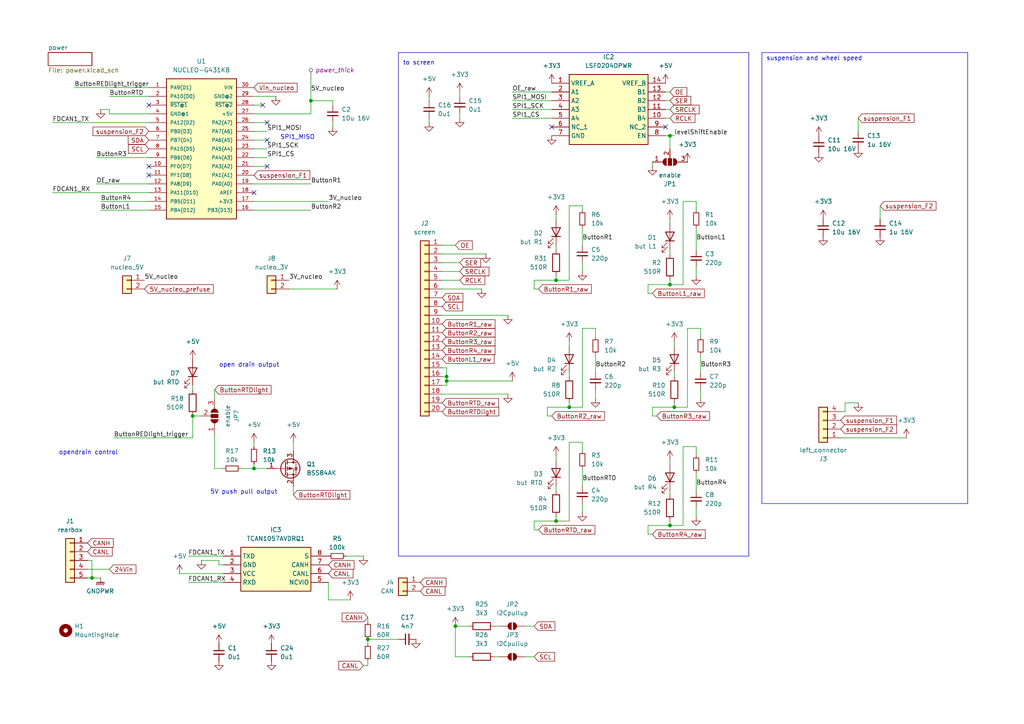
<source format=kicad_sch>
(kicad_sch (version 20231120) (generator "eeschema") (generator_version "8.0")
  (paper "A4")
  (title_block (title "EP5 dashbaord left board") (date "2024-08-05") (rev "3.0") (company "NTURacing") (comment 1 "郭哲明") (comment 2 "electrical group"))
  (junction (at 132.08 181.61))
  (junction (at 129.54 110.49))
  (junction (at 55.88 120.65))
  (junction (at 194.31 152.4))
  (junction (at 165.1 118.11))
  (junction (at 129.54 109.22))
  (junction (at 106.68 185.42))
  (junction (at 194.31 39.37))
  (junction (at 26.67 167.64))
  (junction (at 161.29 151.13))
  (junction (at 90.17 29.21))
  (junction (at 194.31 82.55))
  (junction (at 161.29 81.28))
  (junction (at 195.58 118.11))
  (junction (at 73.66 135.89))
  (no_connect (at 43.18 30.48))
  (no_connect (at 193.04 36.83))
  (no_connect (at 43.18 48.26))
  (no_connect (at 43.18 50.8))
  (no_connect (at 160.02 36.83))
  (no_connect (at 77.47 48.26))
  (no_connect (at 76.2 30.48))
  (no_connect (at 77.47 35.56))
  (no_connect (at 73.66 55.88))
  (no_connect (at 77.47 40.64))
  (wire (pts (xy 165.1 59.69) (xy 165.1 81.28)))
  (wire (pts (xy 243.84 119.38) (xy 245.11 119.38)))
  (wire (pts (xy 168.91 146.05) (xy 168.91 148.59)))
  (wire (pts (xy 243.84 127) (xy 262.89 127)))
  (wire (pts (xy 194.31 26.67) (xy 193.04 26.67)))
  (wire (pts (xy 165.1 109.22) (xy 165.1 107.95)))
  (wire (pts (xy 105.41 193.04) (xy 106.68 193.04)))
  (wire (pts (xy 148.59 29.21) (xy 160.02 29.21)))
  (wire (pts (xy 194.31 39.37) (xy 195.58 39.37)))
  (wire (pts (xy 62.23 135.89) (xy 62.23 125.73)))
  (wire (pts (xy 154.94 151.13) (xy 161.29 151.13)))
  (wire (pts (xy 73.66 33.02) (xy 90.17 33.02)))
  (wire (pts (xy 158.75 120.65) (xy 158.75 118.11)))
  (wire (pts (xy 77.47 135.89) (xy 73.66 135.89)))
  (wire (pts (xy 27.94 45.72) (xy 43.18 45.72)))
  (wire (pts (xy 90.17 29.21) (xy 90.17 33.02)))
  (wire (pts (xy 140.97 73.66) (xy 128.27 73.66)))
  (wire (pts (xy 195.58 109.22) (xy 195.58 107.95)))
  (wire (pts (xy 55.88 111.76) (xy 55.88 113.03)))
  (wire (pts (xy 27.94 53.34) (xy 43.18 53.34)))
  (wire (pts (xy 156.21 153.67) (xy 154.94 153.67)))
  (wire (pts (xy 77.47 35.56) (xy 73.66 35.56)))
  (wire (pts (xy 152.4 181.61) (xy 154.94 181.61)))
  (wire (pts (xy 73.66 38.1) (xy 77.47 38.1)))
  (wire (pts (xy 29.21 167.64) (xy 26.67 167.64)))
  (wire (pts (xy 189.23 154.94) (xy 187.96 154.94)))
  (wire (pts (xy 52.07 166.37) (xy 64.77 166.37)))
  (wire (pts (xy 128.27 81.28) (xy 133.35 81.28)))
  (wire (pts (xy 199.39 95.25) (xy 199.39 118.11)))
  (wire (pts (xy 194.31 31.75) (xy 193.04 31.75)))
  (wire (pts (xy 33.02 127) (xy 55.88 127)))
  (wire (pts (xy 161.29 81.28) (xy 165.1 81.28)))
  (wire (pts (xy 96.52 29.21) (xy 96.52 30.48)))
  (wire (pts (xy 29.21 31.75) (xy 31.75 31.75)))
  (wire (pts (xy 156.21 83.82) (xy 154.94 83.82)))
  (wire (pts (xy 168.91 59.69) (xy 168.91 60.96)))
  (wire (pts (xy 26.67 162.56) (xy 26.67 167.64)))
  (wire (pts (xy 161.29 151.13) (xy 165.1 151.13)))
  (wire (pts (xy 201.93 58.42) (xy 201.93 60.96)))
  (wire (pts (xy 90.17 53.34) (xy 73.66 53.34)))
  (wire (pts (xy 147.32 114.3) (xy 128.27 114.3)))
  (wire (pts (xy 128.27 83.82) (xy 139.7 83.82)))
  (wire (pts (xy 129.54 109.22) (xy 129.54 110.49)))
  (wire (pts (xy 128.27 71.12) (xy 132.08 71.12)))
  (wire (pts (xy 160.02 120.65) (xy 158.75 120.65)))
  (wire (pts (xy 85.09 143.51) (xy 85.09 140.97)))
  (wire (pts (xy 154.94 81.28) (xy 161.29 81.28)))
  (wire (pts (xy 128.27 91.44) (xy 147.32 91.44)))
  (wire (pts (xy 172.72 95.25) (xy 168.91 95.25)))
  (wire (pts (xy 55.88 127) (xy 55.88 120.65)))
  (wire (pts (xy 100.33 161.29) (xy 105.41 161.29)))
  (wire (pts (xy 58.42 162.56) (xy 63.5 162.56)))
  (wire (pts (xy 54.61 161.29) (xy 64.77 161.29)))
  (wire (pts (xy 194.31 82.55) (xy 198.12 82.55)))
  (wire (pts (xy 101.6 173.99) (xy 95.25 173.99)))
  (wire (pts (xy 90.17 22.86) (xy 90.17 29.21)))
  (wire (pts (xy 29.21 60.96) (xy 43.18 60.96)))
  (wire (pts (xy 62.23 135.89) (xy 64.77 135.89)))
  (wire (pts (xy 106.68 193.04) (xy 106.68 191.77)))
  (wire (pts (xy 165.1 128.27) (xy 165.1 151.13)))
  (wire (pts (xy 195.58 118.11) (xy 199.39 118.11)))
  (wire (pts (xy 194.31 29.21) (xy 193.04 29.21)))
  (wire (pts (xy 63.5 162.56) (xy 63.5 163.83)))
  (wire (pts (xy 77.47 40.64) (xy 73.66 40.64)))
  (wire (pts (xy 124.46 35.56) (xy 124.46 34.29)))
  (wire (pts (xy 25.4 167.64) (xy 26.67 167.64)))
  (wire (pts (xy 25.4 162.56) (xy 26.67 162.56)))
  (wire (pts (xy 189.23 120.65) (xy 189.23 118.11)))
  (wire (pts (xy 194.31 143.51) (xy 194.31 142.24)))
  (wire (pts (xy 15.24 55.88) (xy 43.18 55.88)))
  (wire (pts (xy 73.66 43.18) (xy 77.47 43.18)))
  (wire (pts (xy 194.31 73.66) (xy 194.31 72.39)))
  (wire (pts (xy 73.66 135.89) (xy 73.66 134.62)))
  (wire (pts (xy 62.23 113.03) (xy 62.23 115.57)))
  (wire (pts (xy 161.29 149.86) (xy 161.29 151.13)))
  (wire (pts (xy 194.31 81.28) (xy 194.31 82.55)))
  (wire (pts (xy 165.1 116.84) (xy 165.1 118.11)))
  (wire (pts (xy 25.4 165.1) (xy 31.75 165.1)))
  (wire (pts (xy 95.25 58.42) (xy 73.66 58.42)))
  (wire (pts (xy 154.94 153.67) (xy 154.94 151.13)))
  (wire (pts (xy 187.96 82.55) (xy 194.31 82.55)))
  (wire (pts (xy 85.09 128.27) (xy 85.09 130.81)))
  (wire (pts (xy 161.29 80.01) (xy 161.29 81.28)))
  (wire (pts (xy 194.31 63.5) (xy 194.31 64.77)))
  (wire (pts (xy 161.29 142.24) (xy 161.29 140.97)))
  (wire (pts (xy 77.47 48.26) (xy 73.66 48.26)))
  (wire (pts (xy 203.2 95.25) (xy 199.39 95.25)))
  (wire (pts (xy 128.27 109.22) (xy 129.54 109.22)))
  (wire (pts (xy 201.93 147.32) (xy 201.93 149.86)))
  (wire (pts (xy 172.72 102.87) (xy 172.72 107.95)))
  (wire (pts (xy 201.93 66.04) (xy 201.93 72.39)))
  (wire (pts (xy 128.27 78.74) (xy 133.35 78.74)))
  (wire (pts (xy 69.85 135.89) (xy 73.66 135.89)))
  (wire (pts (xy 168.91 128.27) (xy 168.91 130.81)))
  (wire (pts (xy 148.59 110.49) (xy 129.54 110.49)))
  (wire (pts (xy 194.31 152.4) (xy 198.12 152.4)))
  (wire (pts (xy 168.91 59.69) (xy 165.1 59.69)))
  (wire (pts (xy 133.35 26.67) (xy 133.35 27.94)))
  (wire (pts (xy 132.08 181.61) (xy 135.89 181.61)))
  (wire (pts (xy 245.11 116.84) (xy 248.92 116.84)))
  (wire (pts (xy 73.66 129.54) (xy 73.66 128.27)))
  (wire (pts (xy 133.35 34.29) (xy 133.35 33.02)))
  (wire (pts (xy 106.68 179.07) (xy 106.68 180.34)))
  (wire (pts (xy 31.75 27.94) (xy 43.18 27.94)))
  (wire (pts (xy 55.88 120.65) (xy 58.42 120.65)))
  (wire (pts (xy 203.2 102.87) (xy 203.2 107.95)))
  (wire (pts (xy 203.2 95.25) (xy 203.2 97.79)))
  (wire (pts (xy 154.94 190.5) (xy 152.4 190.5)))
  (wire (pts (xy 187.96 85.09) (xy 187.96 82.55)))
  (wire (pts (xy 148.59 31.75) (xy 160.02 31.75)))
  (wire (pts (xy 168.91 128.27) (xy 165.1 128.27)))
  (wire (pts (xy 129.54 106.68) (xy 129.54 109.22)))
  (wire (pts (xy 73.66 27.94) (xy 80.01 27.94)))
  (wire (pts (xy 172.72 95.25) (xy 172.72 97.79)))
  (wire (pts (xy 95.25 173.99) (xy 95.25 168.91)))
  (wire (pts (xy 15.24 35.56) (xy 43.18 35.56)))
  (wire (pts (xy 189.23 85.09) (xy 187.96 85.09)))
  (wire (pts (xy 248.92 34.29) (xy 248.92 38.1)))
  (wire (pts (xy 168.91 135.89) (xy 168.91 140.97)))
  (wire (pts (xy 148.59 34.29) (xy 160.02 34.29)))
  (wire (pts (xy 128.27 111.76) (xy 129.54 111.76)))
  (wire (pts (xy 168.91 66.04) (xy 168.91 71.12)))
  (wire (pts (xy 31.75 33.02) (xy 43.18 33.02)))
  (wire (pts (xy 165.1 99.06) (xy 165.1 100.33)))
  (wire (pts (xy 168.91 76.2) (xy 168.91 78.74)))
  (wire (pts (xy 90.17 29.21) (xy 96.52 29.21)))
  (wire (pts (xy 189.23 118.11) (xy 195.58 118.11)))
  (wire (pts (xy 154.94 83.82) (xy 154.94 81.28)))
  (wire (pts (xy 201.93 77.47) (xy 201.93 80.01)))
  (wire (pts (xy 194.31 133.35) (xy 194.31 134.62)))
  (wire (pts (xy 63.5 163.83) (xy 64.77 163.83)))
  (wire (pts (xy 203.2 113.03) (xy 203.2 115.57)))
  (wire (pts (xy 128.27 106.68) (xy 129.54 106.68)))
  (wire (pts (xy 172.72 113.03) (xy 172.72 115.57)))
  (wire (pts (xy 198.12 58.42) (xy 198.12 82.55)))
  (wire (pts (xy 255.27 59.69) (xy 255.27 63.5)))
  (wire (pts (xy 198.12 129.54) (xy 198.12 152.4)))
  (wire (pts (xy 161.29 62.23) (xy 161.29 63.5)))
  (wire (pts (xy 143.51 181.61) (xy 144.78 181.61)))
  (wire (pts (xy 77.47 45.72) (xy 73.66 45.72)))
  (wire (pts (xy 201.93 129.54) (xy 201.93 132.08)))
  (wire (pts (xy 195.58 116.84) (xy 195.58 118.11)))
  (wire (pts (xy 190.5 120.65) (xy 189.23 120.65)))
  (wire (pts (xy 194.31 39.37) (xy 194.31 43.18)))
  (wire (pts (xy 76.2 30.48) (xy 73.66 30.48)))
  (wire (pts (xy 201.93 58.42) (xy 198.12 58.42)))
  (wire (pts (xy 124.46 27.94) (xy 124.46 29.21)))
  (wire (pts (xy 187.96 154.94) (xy 187.96 152.4)))
  (wire (pts (xy 31.75 31.75) (xy 31.75 33.02)))
  (wire (pts (xy 132.08 190.5) (xy 135.89 190.5)))
  (wire (pts (xy 106.68 186.69) (xy 106.68 185.42)))
  (wire (pts (xy 201.93 129.54) (xy 198.12 129.54)))
  (wire (pts (xy 129.54 111.76) (xy 129.54 110.49)))
  (wire (pts (xy 161.29 72.39) (xy 161.29 71.12)))
  (wire (pts (xy 194.31 151.13) (xy 194.31 152.4)))
  (wire (pts (xy 245.11 119.38) (xy 245.11 116.84)))
  (wire (pts (xy 194.31 39.37) (xy 193.04 39.37)))
  (wire (pts (xy 29.21 58.42) (xy 43.18 58.42)))
  (wire (pts (xy 161.29 132.08) (xy 161.29 133.35)))
  (wire (pts (xy 97.79 83.82) (xy 83.82 83.82)))
  (wire (pts (xy 96.52 36.83) (xy 96.52 35.56)))
  (wire (pts (xy 132.08 181.61) (xy 132.08 190.5)))
  (wire (pts (xy 148.59 26.67) (xy 160.02 26.67)))
  (wire (pts (xy 194.31 34.29) (xy 193.04 34.29)))
  (wire (pts (xy 90.17 60.96) (xy 73.66 60.96)))
  (wire (pts (xy 201.93 137.16) (xy 201.93 142.24)))
  (wire (pts (xy 115.57 185.42) (xy 106.68 185.42)))
  (wire (pts (xy 128.27 76.2) (xy 133.35 76.2)))
  (wire (pts (xy 189.23 46.99) (xy 189.23 48.26)))
  (wire (pts (xy 158.75 118.11) (xy 165.1 118.11)))
  (wire (pts (xy 21.59 25.4) (xy 43.18 25.4)))
  (wire (pts (xy 187.96 152.4) (xy 194.31 152.4)))
  (wire (pts (xy 165.1 118.11) (xy 168.91 118.11)))
  (wire (pts (xy 195.58 99.06) (xy 195.58 100.33)))
  (wire (pts (xy 168.91 95.25) (xy 168.91 118.11)))
  (wire (pts (xy 54.61 168.91) (xy 64.77 168.91)))
  (wire (pts (xy 144.78 190.5) (xy 143.51 190.5)))
  (rectangle (start 220.98 15.24) (end 280.67 146.05))
  (rectangle (start 115.57 15.24) (end 217.17 161.29))
  (text "5V push pull output" (at 60.96 143.51 0) (effects (font (size 1.27 1.27)) (justify left bottom)))
  (text "opendrain control" (at 34.29 132.08 0) (effects (font (size 1.27 1.27)) (justify right bottom)))
  (text "to screen" (at 116.84 19.05 0) (effects (font (size 1.27 1.27)) (justify left bottom)))
  (text "SPI1_MISO" (at 81.28 40.64 0) (effects (font (size 1.27 1.27)) (justify left bottom)))
  (text "suspension and wheel speed" (at 222.25 17.78 0) (effects (font (size 1.27 1.27)) (justify left bottom)))
  (text "open drain output" (at 63.5 106.68 0) (effects (font (size 1.27 1.27)) (justify left bottom)))
  (label "FDCAN1_TX" (at 54.61 161.29 0))
  (label "SPI1_MOSI" (at 77.47 38.1 0))
  (label "SPI1_SCK" (at 148.59 31.75 0))
  (label "FDCAN1_RX" (at 15.24 55.88 0))
  (label "ButtonR1" (at 90.17 53.34 0))
  (label "FDCAN1_RX" (at 54.61 168.91 0))
  (label "ButtonR1" (at 168.91 69.85 0))
  (label "levelShiftEnable" (at 195.58 39.37 0))
  (label "SPI1_CS" (at 148.59 34.29 0))
  (label "ButtonR4" (at 201.93 140.97 0))
  (label "3V_nucleo" (at 95.25 58.42 0))
  (label "ButtonL1" (at 201.93 69.85 0))
  (label "ButtonRTD" (at 168.91 139.7 0))
  (label "ButtonL1" (at 29.21 60.96 0))
  (label "SPI1_CS" (at 77.47 45.72 0))
  (label "3V_nucleo" (at 83.82 81.28 0))
  (label "ButtonR3" (at 27.94 45.72 0))
  (label "ButtonR2" (at 90.17 60.96 0))
  (label "ButtonREDlight_trigger" (at 33.02 127 0))
  (label "FDCAN1_TX" (at 15.24 35.56 0))
  (label "ButtonR3" (at 203.2 106.68 0))
  (label "ButtonR4" (at 29.21 58.42 0))
  (label "OE_raw" (at 148.59 26.67 0))
  (label "SPI1_SCK" (at 77.47 43.18 0))
  (label "5V_nucleo" (at 41.91 81.28 0))
  (label "SPI1_MOSI" (at 148.59 29.21 0))
  (label "OE_raw" (at 27.94 53.34 0))
  (label "ButtonREDlight_trigger" (at 21.59 25.4 0))
  (label "ButtonRTD" (at 31.75 27.94 0))
  (label "5V_nucleo" (at 90.17 26.67 0))
  (label "ButtonR2" (at 172.72 106.68 0))
  (global_label "SDA" (shape input) (at 154.94 181.61 0) (property "Intersheetrefs" "${INTERSHEET_REFS}" (effects (hide yes))))
  (global_label "SCL" (shape input) (at 43.18 43.18 180) (property "Intersheetrefs" "${INTERSHEET_REFS}" (effects (hide yes))))
  (global_label "suspension_F1" (shape input) (at 73.66 50.8 0) (property "Intersheetrefs" "${INTERSHEET_REFS}" (effects (hide yes))))
  (global_label "CANH" (shape input) (at 121.92 168.91 0) (property "Intersheetrefs" "${INTERSHEET_REFS}" (effects (hide yes))))
  (global_label "SRCLK" (shape input) (at 194.31 31.75 0) (property "Intersheetrefs" "${INTERSHEET_REFS}" (effects (hide yes))))
  (global_label "SER" (shape input) (at 194.31 29.21 0) (property "Intersheetrefs" "${INTERSHEET_REFS}" (effects (hide yes))))
  (global_label "SDA" (shape input) (at 128.27 86.36 0) (property "Intersheetrefs" "${INTERSHEET_REFS}" (effects (hide yes))))
  (global_label "ButtonRTDlight" (shape input) (at 85.09 143.51 0) (property "Intersheetrefs" "${INTERSHEET_REFS}" (effects (hide yes))))
  (global_label "ButtonRTDlight" (shape input) (at 62.23 113.03 0) (property "Intersheetrefs" "${INTERSHEET_REFS}" (effects (hide yes))))
  (global_label "ButtonR1_raw" (shape input) (at 156.21 83.82 0) (property "Intersheetrefs" "${INTERSHEET_REFS}" (effects (hide yes))))
  (global_label "CANH" (shape input) (at 106.68 179.07 180) (property "Intersheetrefs" "${INTERSHEET_REFS}" (effects (hide yes))))
  (global_label "ButtonR3_raw" (shape input) (at 128.27 99.06 0) (property "Intersheetrefs" "${INTERSHEET_REFS}" (effects (hide yes))))
  (global_label "suspension_F2" (shape input) (at 243.84 124.46 0) (property "Intersheetrefs" "${INTERSHEET_REFS}" (effects (hide yes))))
  (global_label "OE" (shape input) (at 132.08 71.12 0) (property "Intersheetrefs" "${INTERSHEET_REFS}" (effects (hide yes))))
  (global_label "suspension_F2" (shape input) (at 255.27 59.69 0) (property "Intersheetrefs" "${INTERSHEET_REFS}" (effects (hide yes))))
  (global_label "ButtonRTDlight" (shape input) (at 128.27 119.38 0) (property "Intersheetrefs" "${INTERSHEET_REFS}" (effects (hide yes))))
  (global_label "CANH" (shape input) (at 95.25 163.83 0) (property "Intersheetrefs" "${INTERSHEET_REFS}" (effects (hide yes))))
  (global_label "CANL" (shape input) (at 25.4 160.02 0) (property "Intersheetrefs" "${INTERSHEET_REFS}" (effects (hide yes))))
  (global_label "SRCLK" (shape input) (at 133.35 78.74 0) (property "Intersheetrefs" "${INTERSHEET_REFS}" (effects (hide yes))))
  (global_label "suspension_F2" (shape input) (at 43.18 38.1 180) (property "Intersheetrefs" "${INTERSHEET_REFS}" (effects (hide yes))))
  (global_label "ButtonR4_raw" (shape input) (at 128.27 101.6 0) (property "Intersheetrefs" "${INTERSHEET_REFS}" (effects (hide yes))))
  (global_label "SCL" (shape input) (at 128.27 88.9 0) (property "Intersheetrefs" "${INTERSHEET_REFS}" (effects (hide yes))))
  (global_label "RCLK" (shape input) (at 194.31 34.29 0) (property "Intersheetrefs" "${INTERSHEET_REFS}" (effects (hide yes))))
  (global_label "ButtonR1_raw" (shape input) (at 128.27 93.98 0) (property "Intersheetrefs" "${INTERSHEET_REFS}" (effects (hide yes))))
  (global_label "ButtonRTD_raw" (shape input) (at 156.21 153.67 0) (property "Intersheetrefs" "${INTERSHEET_REFS}" (effects (hide yes))))
  (global_label "RCLK" (shape input) (at 133.35 81.28 0) (property "Intersheetrefs" "${INTERSHEET_REFS}" (effects (hide yes))))
  (global_label "CANL" (shape input) (at 121.92 171.45 0) (property "Intersheetrefs" "${INTERSHEET_REFS}" (effects (hide yes))))
  (global_label "5V_nucleo_prefuse" (shape input) (at 41.91 83.82 0) (property "Intersheetrefs" "${INTERSHEET_REFS}" (effects (hide yes))))
  (global_label "SER" (shape input) (at 133.35 76.2 0) (property "Intersheetrefs" "${INTERSHEET_REFS}" (effects (hide yes))))
  (global_label "SCL" (shape input) (at 154.94 190.5 0) (property "Intersheetrefs" "${INTERSHEET_REFS}" (effects (hide yes))))
  (global_label "suspension_F1" (shape input) (at 243.84 121.92 0) (property "Intersheetrefs" "${INTERSHEET_REFS}" (effects (hide yes))))
  (global_label "ButtonR2_raw" (shape input) (at 160.02 120.65 0) (property "Intersheetrefs" "${INTERSHEET_REFS}" (effects (hide yes))))
  (global_label "CANL" (shape input) (at 95.25 166.37 0) (property "Intersheetrefs" "${INTERSHEET_REFS}" (effects (hide yes))))
  (global_label "CANH" (shape input) (at 25.4 157.48 0) (property "Intersheetrefs" "${INTERSHEET_REFS}" (effects (hide yes))))
  (global_label "24Vin" (shape input) (at 31.75 165.1 0) (property "Intersheetrefs" "${INTERSHEET_REFS}" (effects (hide yes))))
  (global_label "OE" (shape input) (at 194.31 26.67 0) (property "Intersheetrefs" "${INTERSHEET_REFS}" (effects (hide yes))))
  (global_label "ButtonR3_raw" (shape input) (at 190.5 120.65 0) (property "Intersheetrefs" "${INTERSHEET_REFS}" (effects (hide yes))))
  (global_label "ButtonL1_raw" (shape input) (at 189.23 85.09 0) (property "Intersheetrefs" "${INTERSHEET_REFS}" (effects (hide yes))))
  (global_label "ButtonR2_raw" (shape input) (at 128.27 96.52 0) (property "Intersheetrefs" "${INTERSHEET_REFS}" (effects (hide yes))))
  (global_label "ButtonR4_raw" (shape input) (at 189.23 154.94 0) (property "Intersheetrefs" "${INTERSHEET_REFS}" (effects (hide yes))))
  (global_label "suspension_F1" (shape input) (at 248.92 34.29 0) (property "Intersheetrefs" "${INTERSHEET_REFS}" (effects (hide yes))))
  (global_label "Vin_nucleo" (shape input) (at 73.66 25.4 0) (property "Intersheetrefs" "${INTERSHEET_REFS}" (effects (hide yes))))
  (global_label "SDA" (shape input) (at 43.18 40.64 180) (property "Intersheetrefs" "${INTERSHEET_REFS}" (effects (hide yes))))
  (global_label "ButtonL1_raw" (shape input) (at 128.27 104.14 0) (property "Intersheetrefs" "${INTERSHEET_REFS}" (effects (hide yes))))
  (global_label "ButtonRTD_raw" (shape input) (at 128.27 116.84 0) (property "Intersheetrefs" "${INTERSHEET_REFS}" (effects (hide yes))))
  (global_label "CANL" (shape input) (at 105.41 193.04 180) (property "Intersheetrefs" "${INTERSHEET_REFS}" (effects (hide yes))))
  (netclass_flag "" (length 2.54) (shape round) (at 90.17 22.86 0) (property "Netclass" "power_thick" (at 91.44 20.32 0) (effects (font (italic yes)) (justify left))))
  (symbol (lib_id "Jumper:SolderJumper_3_Open") (at 194.31 46.99 0) (mirror x) (unit 1)
    (property "Reference" "JP1" (at 194.31 53.34 0))
    (property "Value" "enable" (at 194.31 50.8 0))
    (property "Footprint" "Jumper:SolderJumper-3_P1.3mm_Open_RoundedPad1.0x1.5mm_NumberLabels" (effects (hide yes)))
    (property "Description" "Solder Jumper, 3-pole, open" (effects (hide yes)))
  )
  (symbol (lib_id "Device:LED") (at 161.29 137.16 270) (mirror x) (unit 1)
    (property "Reference" "D3" (at 157.48 137.4775 90) (effects (justify right)))
    (property "Value" "but RTD" (at 157.48 140.0175 90) (effects (justify right)))
    (property "Footprint" "LED_SMD:LED_0603_1608Metric" (effects (hide yes)))
    (property "Description" "Light emitting diode" (effects (hide yes)))
  )
  (symbol (lib_id "Device:C_Small") (at 203.2 110.49 0) (unit 1)
    (property "Reference" "C7" (at 205.74 109.2263 0) (effects (justify left)))
    (property "Value" "220p" (at 205.74 111.7663 0) (effects (justify left)))
    (property "Footprint" "Capacitor_SMD:C_0603_1608Metric" (effects (hide yes)))
    (property "Description" "Unpolarized capacitor, small symbol" (effects (hide yes)))
  )
  (symbol (lib_id "power:+3V3") (at 199.39 46.99 0) (unit 1)
    (property "Reference" "#PWR074" (effects (hide yes)))
    (property "Value" "+3V3" (at 199.39 41.91 0))
    (property "Description" "Power symbol creates a global label with name \"+3V3\"" (effects (hide yes)))
  )
  (symbol (lib_id "Device:LED") (at 165.1 104.14 270) (mirror x) (unit 1)
    (property "Reference" "D4" (at 161.29 104.4575 90) (effects (justify right)))
    (property "Value" "but R2" (at 161.29 106.9975 90) (effects (justify right)))
    (property "Footprint" "LED_SMD:LED_0603_1608Metric" (effects (hide yes)))
    (property "Description" "Light emitting diode" (effects (hide yes)))
  )
  (symbol (lib_id "power:+3V3") (at 237.49 39.37 0) (mirror y) (unit 1)
    (property "Reference" "#PWR033" (effects (hide yes)))
    (property "Value" "+3V3" (at 237.49 34.29 0))
    (property "Description" "Power symbol creates a global label with name \"+3V3\"" (effects (hide yes)))
  )
  (symbol (lib_id "power:+3V3") (at 133.35 26.67 0) (unit 1)
    (property "Reference" "#PWR076" (effects (hide yes)))
    (property "Value" "+3V3" (at 133.35 21.59 0))
    (property "Description" "Power symbol creates a global label with name \"+3V3\"" (effects (hide yes)))
  )
  (symbol (lib_id "power:GND") (at 124.46 35.56 0) (unit 1)
    (property "Reference" "#PWR079" (effects (hide yes)))
    (property "Value" "GND" (effects (hide yes)))
    (property "Description" "Power symbol creates a global label with name \"GND\" , ground" (effects (hide yes)))
  )
  (symbol (lib_id "Device:R") (at 161.29 146.05 0) (mirror y) (unit 1)
    (property "Reference" "R4" (at 158.75 144.78 0) (effects (justify left)))
    (property "Value" "510R" (at 158.75 147.32 0) (effects (justify left)))
    (property "Footprint" "Resistor_SMD:R_0603_1608Metric" (effects (hide yes)))
    (property "Description" "Resistor" (effects (hide yes)))
  )
  (symbol (lib_id "power:+3V3") (at 160.02 24.13 0) (unit 1)
    (property "Reference" "#PWR017" (effects (hide yes)))
    (property "Value" "+3V3" (at 160.02 19.05 0))
    (property "Description" "Power symbol creates a global label with name \"+3V3\"" (effects (hide yes)))
  )
  (symbol (lib_id "SamacSys_Parts:TCAN1057AVDRQ1") (at 64.77 161.29 0) (unit 1)
    (property "Reference" "IC3" (at 80.01 153.67 0))
    (property "Value" "TCAN1057AVDRQ1" (at 80.01 156.21 0))
    (property "Footprint" "SamacSys_Parts:SOIC127P600X175-8N" (effects (hide yes)))
    (property "Datasheet" "https://pdf1.alldatasheet.com/datasheet-pdf/view/1287247/TI/TCAN1057AV-Q1.html" (effects (hide yes)))
    (property "Description" "TCAN1057A-Q1 And TCAN1057AV-Q1 Automotive Fault-Protected CAN FD Transceiver" (effects (hide yes)))
    (property "Height" "1.75" (effects (hide yes)))
    (property "Mouser Part Number" "595-TCAN1057AVDRQ1" (effects (hide yes)))
    (property "Mouser Price/Stock" "https://www.mouser.co.uk/ProductDetail/Texas-Instruments/TCAN1057AVDRQ1?qs=Rp5uXu7WBW8Rm%2Fa7xw2cKg%3D%3D" (effects (hide yes)))
    (property "Manufacturer_Name" "Texas Instruments" (effects (hide yes)))
    (property "Manufacturer_Part_Number" "TCAN1057AVDRQ1" (effects (hide yes)))
  )
  (symbol (lib_id "Device:R_Small") (at 201.93 134.62 0) (unit 1)
    (property "Reference" "R11" (at 204.47 133.35 0) (effects (justify left)))
    (property "Value" "10k" (at 204.47 135.89 0) (effects (justify left)))
    (property "Footprint" "Resistor_SMD:R_0603_1608Metric" (effects (hide yes)))
    (property "Description" "Resistor, small symbol" (effects (hide yes)))
  )
  (symbol (lib_id "Mechanical:MountingHole") (at 19.05 182.88 0) (unit 1)
    (property "Reference" "H1" (at 21.59 181.61 0) (effects (justify left)))
    (property "Value" "MountingHole" (at 21.59 184.15 0) (effects (justify left)))
    (property "Footprint" "MountingHole:MountingHole_4.3mm_M4" (effects (hide yes)))
    (property "Description" "Mounting Hole without connection" (effects (hide yes)))
  )
  (symbol (lib_id "Device:C_Small") (at 238.76 66.04 0) (unit 1)
    (property "Reference" "C12" (at 241.3 64.7763 0) (effects (justify left)))
    (property "Value" "10u 16V" (at 241.3 67.3163 0) (effects (justify left)))
    (property "Footprint" "Capacitor_SMD:C_0805_2012Metric" (effects (hide yes)))
    (property "Description" "Unpolarized capacitor, small symbol" (effects (hide yes)))
  )
  (symbol (lib_id "power:GND") (at 160.02 39.37 0) (unit 1)
    (property "Reference" "#PWR046" (effects (hide yes)))
    (property "Value" "GND" (effects (hide yes)))
    (property "Description" "Power symbol creates a global label with name \"GND\" , ground" (effects (hide yes)))
  )
  (symbol (lib_id "power:GND") (at 58.42 162.56 0) (unit 1)
    (property "Reference" "#PWR07" (effects (hide yes)))
    (property "Value" "GND" (effects (hide yes)))
    (property "Description" "Power symbol creates a global label with name \"GND\" , ground" (effects (hide yes)))
  )
  (symbol (lib_id "Jumper:SolderJumper_2_Open") (at 148.59 190.5 0) (unit 1)
    (property "Reference" "JP3" (at 148.59 184.15 0))
    (property "Value" "I2Cpullup" (at 148.59 186.69 0))
    (property "Footprint" "Jumper:SolderJumper-2_P1.3mm_Open_RoundedPad1.0x1.5mm" (effects (hide yes)))
    (property "Description" "Solder Jumper, 2-pole, open" (effects (hide yes)))
  )
  (symbol (lib_id "Device:R_Small") (at 201.93 63.5 0) (unit 1)
    (property "Reference" "R1" (at 204.47 62.23 0) (effects (justify left)))
    (property "Value" "10k" (at 204.47 64.77 0) (effects (justify left)))
    (property "Footprint" "Resistor_SMD:R_0603_1608Metric" (effects (hide yes)))
    (property "Description" "Resistor, small symbol" (effects (hide yes)))
  )
  (symbol (lib_id "Device:C_Small") (at 168.91 73.66 0) (unit 1)
    (property "Reference" "C5" (at 171.45 72.3963 0) (effects (justify left)))
    (property "Value" "220p" (at 171.45 74.9363 0) (effects (justify left)))
    (property "Footprint" "Capacitor_SMD:C_0603_1608Metric" (effects (hide yes)))
    (property "Description" "Unpolarized capacitor, small symbol" (effects (hide yes)))
  )
  (symbol (lib_id "power:+3V3") (at 262.89 127 0) (unit 1)
    (property "Reference" "#PWR061" (effects (hide yes)))
    (property "Value" "+3V3" (at 262.89 121.92 0))
    (property "Description" "Power symbol creates a global label with name \"+3V3\"" (effects (hide yes)))
  )
  (symbol (lib_id "Device:C_Small") (at 124.46 31.75 0) (unit 1)
    (property "Reference" "C16" (at 127 30.4863 0) (effects (justify left)))
    (property "Value" "0u1" (at 127 33.0263 0) (effects (justify left)))
    (property "Footprint" "Capacitor_SMD:C_0603_1608Metric" (effects (hide yes)))
    (property "Description" "Unpolarized capacitor, small symbol" (effects (hide yes)))
  )
  (symbol (lib_id "power:GND") (at 147.32 91.44 0) (unit 1)
    (property "Reference" "#PWR016" (effects (hide yes)))
    (property "Value" "GND" (effects (hide yes)))
    (property "Description" "Power symbol creates a global label with name \"GND\" , ground" (effects (hide yes)))
  )
  (symbol (lib_id "power:+3V3") (at 78.74 186.69 0) (unit 1)
    (property "Reference" "#PWR059" (effects (hide yes)))
    (property "Value" "+3V3" (at 78.74 181.61 0))
    (property "Description" "Power symbol creates a global label with name \"+3V3\"" (effects (hide yes)))
  )
  (symbol (lib_id "power:+5V") (at 85.09 128.27 0) (unit 1)
    (property "Reference" "#PWR090" (effects (hide yes)))
    (property "Value" "+5V" (at 85.09 123.19 0))
    (property "Description" "Power symbol creates a global label with name \"+5V\"" (effects (hide yes)))
  )
  (symbol (lib_id "power:GND") (at 255.27 68.58 0) (mirror y) (unit 1)
    (property "Reference" "#PWR040" (effects (hide yes)))
    (property "Value" "GND" (effects (hide yes)))
    (property "Description" "Power symbol creates a global label with name \"GND\" , ground" (effects (hide yes)))
  )
  (symbol (lib_id "power:GND") (at 140.97 73.66 0) (unit 1)
    (property "Reference" "#PWR014" (effects (hide yes)))
    (property "Value" "GND" (effects (hide yes)))
    (property "Description" "Power symbol creates a global label with name \"GND\" , ground" (effects (hide yes)))
  )
  (symbol (lib_id "Device:R_Small") (at 168.91 133.35 0) (unit 1)
    (property "Reference" "R3" (at 171.45 132.08 0) (effects (justify left)))
    (property "Value" "10k" (at 171.45 134.62 0) (effects (justify left)))
    (property "Footprint" "Resistor_SMD:R_0603_1608Metric" (effects (hide yes)))
    (property "Description" "Resistor, small symbol" (effects (hide yes)))
  )
  (symbol (lib_id "Device:Q_PMOS_GSD") (at 82.55 135.89 0) (unit 1)
    (property "Reference" "Q1" (at 88.9 134.62 0) (effects (justify left)))
    (property "Value" "BSS84AK" (at 88.9 137.16 0) (effects (justify left)))
    (property "Footprint" "Package_TO_SOT_SMD:SOT-23-3" (effects (hide yes)))
    (property "Description" "P-MOSFET transistor, gate/source/drain" (effects (hide yes)))
  )
  (symbol (lib_id "Device:LED") (at 55.88 107.95 270) (mirror x) (unit 1)
    (property "Reference" "D7" (at 52.07 108.2675 90) (effects (justify right)))
    (property "Value" "but RTD" (at 52.07 110.8075 90) (effects (justify right)))
    (property "Footprint" "LED_SMD:LED_0603_1608Metric" (effects (hide yes)))
    (property "Description" "Light emitting diode" (effects (hide yes)))
  )
  (symbol (lib_id "Device:R_Small") (at 106.68 182.88 180) (unit 1)
    (property "Reference" "R16" (at 109.22 181.61 0) (effects (justify right)))
    (property "Value" "60R" (at 109.22 184.15 0) (effects (justify right)))
    (property "Footprint" "Resistor_SMD:R_0603_1608Metric" (effects (hide yes)))
    (property "Description" "Resistor, small symbol" (effects (hide yes)))
  )
  (symbol (lib_id "Connector_Generic:Conn_01x02") (at 78.74 81.28 0) (mirror y) (unit 1)
    (property "Reference" "J8" (at 78.74 74.93 0))
    (property "Value" "nucleo_3V" (at 78.74 77.47 0))
    (property "Footprint" "Connector_PinHeader_2.54mm:PinHeader_1x02_P2.54mm_Vertical" (effects (hide yes)))
    (property "Description" "Generic connector, single row, 01x02, script generated (kicad-library-utils/schlib/autogen/connector/)" (effects (hide yes)))
  )
  (symbol (lib_id "power:GND") (at 237.49 44.45 0) (mirror y) (unit 1)
    (property "Reference" "#PWR034" (effects (hide yes)))
    (property "Value" "GND" (effects (hide yes)))
    (property "Description" "Power symbol creates a global label with name \"GND\" , ground" (effects (hide yes)))
  )
  (symbol (lib_id "power:+3V3") (at 165.1 99.06 0) (unit 1)
    (property "Reference" "#PWR023" (effects (hide yes)))
    (property "Value" "+3V3" (at 165.1 93.98 0))
    (property "Description" "Power symbol creates a global label with name \"+3V3\"" (effects (hide yes)))
  )
  (symbol (lib_id "power:GND") (at 201.93 80.01 0) (unit 1)
    (property "Reference" "#PWR019" (effects (hide yes)))
    (property "Value" "GND" (effects (hide yes)))
    (property "Description" "Power symbol creates a global label with name \"GND\" , ground" (effects (hide yes)))
  )
  (symbol (lib_id "power:GND") (at 63.5 191.77 0) (unit 1)
    (property "Reference" "#PWR02" (effects (hide yes)))
    (property "Value" "GND" (effects (hide yes)))
    (property "Description" "Power symbol creates a global label with name \"GND\" , ground" (effects (hide yes)))
  )
  (symbol (lib_id "Device:R") (at 194.31 77.47 0) (mirror y) (unit 1)
    (property "Reference" "R2" (at 191.77 76.2 0) (effects (justify left)))
    (property "Value" "510R" (at 191.77 78.74 0) (effects (justify left)))
    (property "Footprint" "Resistor_SMD:R_0603_1608Metric" (effects (hide yes)))
    (property "Description" "Resistor" (effects (hide yes)))
  )
  (symbol (lib_id "power:GND") (at 203.2 115.57 0) (unit 1)
    (property "Reference" "#PWR027" (effects (hide yes)))
    (property "Value" "GND" (effects (hide yes)))
    (property "Description" "Power symbol creates a global label with name \"GND\" , ground" (effects (hide yes)))
  )
  (symbol (lib_id "power:+3V3") (at 194.31 63.5 0) (unit 1)
    (property "Reference" "#PWR018" (effects (hide yes)))
    (property "Value" "+3V3" (at 194.31 58.42 0))
    (property "Description" "Power symbol creates a global label with name \"+3V3\"" (effects (hide yes)))
  )
  (symbol (lib_id "power:+3V3") (at 101.6 173.99 0) (unit 1)
    (property "Reference" "#PWR06" (effects (hide yes)))
    (property "Value" "+3V3" (at 101.6 168.91 0))
    (property "Description" "Power symbol creates a global label with name \"+3V3\"" (effects (hide yes)))
  )
  (symbol (lib_id "Device:C_Small") (at 237.49 41.91 0) (unit 1)
    (property "Reference" "C11" (at 240.03 40.6463 0) (effects (justify left)))
    (property "Value" "10u 16V" (at 240.03 43.1863 0) (effects (justify left)))
    (property "Footprint" "Capacitor_SMD:C_0805_2012Metric" (effects (hide yes)))
    (property "Description" "Unpolarized capacitor, small symbol" (effects (hide yes)))
  )
  (symbol (lib_id "power:GND") (at 172.72 115.57 0) (unit 1)
    (property "Reference" "#PWR024" (effects (hide yes)))
    (property "Value" "GND" (effects (hide yes)))
    (property "Description" "Power symbol creates a global label with name \"GND\" , ground" (effects (hide yes)))
  )
  (symbol (lib_id "power:+5V") (at 73.66 128.27 0) (unit 1)
    (property "Reference" "#PWR091" (effects (hide yes)))
    (property "Value" "+5V" (at 73.66 123.19 0))
    (property "Description" "Power symbol creates a global label with name \"+5V\"" (effects (hide yes)))
  )
  (symbol (lib_id "Device:LED") (at 194.31 68.58 270) (mirror x) (unit 1)
    (property "Reference" "D1" (at 190.5 68.8975 90) (effects (justify right)))
    (property "Value" "but L1" (at 190.5 71.4375 90) (effects (justify right)))
    (property "Footprint" "LED_SMD:LED_0603_1608Metric" (effects (hide yes)))
    (property "Description" "Light emitting diode" (effects (hide yes)))
  )
  (symbol (lib_id "Device:R_Small") (at 67.31 135.89 90) (unit 1)
    (property "Reference" "R17" (at 67.31 130.81 90))
    (property "Value" "10k" (at 67.31 133.35 90))
    (property "Footprint" "Resistor_SMD:R_0603_1608Metric" (effects (hide yes)))
    (property "Description" "Resistor, small symbol" (effects (hide yes)))
  )
  (symbol (lib_id "power:GND") (at 80.01 27.94 0) (unit 1)
    (property "Reference" "#PWR09" (effects (hide yes)))
    (property "Value" "GND" (effects (hide yes)))
    (property "Description" "Power symbol creates a global label with name \"GND\" , ground" (effects (hide yes)))
  )
  (symbol (lib_id "power:+3V3") (at 238.76 63.5 0) (mirror y) (unit 1)
    (property "Reference" "#PWR035" (effects (hide yes)))
    (property "Value" "+3V3" (at 238.76 58.42 0))
    (property "Description" "Power symbol creates a global label with name \"+3V3\"" (effects (hide yes)))
  )
  (symbol (lib_id "Device:LED") (at 194.31 138.43 270) (mirror x) (unit 1)
    (property "Reference" "D6" (at 190.5 138.7475 90) (effects (justify right)))
    (property "Value" "but R4" (at 190.5 141.2875 90) (effects (justify right)))
    (property "Footprint" "LED_SMD:LED_0603_1608Metric" (effects (hide yes)))
    (property "Description" "Light emitting diode" (effects (hide yes)))
  )
  (symbol (lib_id "Connector_Generic:Conn_01x02") (at 36.83 81.28 0) (mirror y) (unit 1)
    (property "Reference" "J7" (at 36.83 74.93 0))
    (property "Value" "nucleo_5V" (at 36.83 77.47 0))
    (property "Footprint" "Connector_PinHeader_2.54mm:PinHeader_1x02_P2.54mm_Vertical" (effects (hide yes)))
    (property "Description" "Generic connector, single row, 01x02, script generated (kicad-library-utils/schlib/autogen/connector/)" (effects (hide yes)))
  )
  (symbol (lib_id "Device:R_Small") (at 203.2 100.33 0) (unit 1)
    (property "Reference" "R9" (at 205.74 99.06 0) (effects (justify left)))
    (property "Value" "10k" (at 205.74 101.6 0) (effects (justify left)))
    (property "Footprint" "Resistor_SMD:R_0603_1608Metric" (effects (hide yes)))
    (property "Description" "Resistor, small symbol" (effects (hide yes)))
  )
  (symbol (lib_id "power:GND") (at 133.35 34.29 0) (unit 1)
    (property "Reference" "#PWR077" (effects (hide yes)))
    (property "Value" "GND" (effects (hide yes)))
    (property "Description" "Power symbol creates a global label with name \"GND\" , ground" (effects (hide yes)))
  )
  (symbol (lib_id "Device:R") (at 55.88 116.84 0) (mirror y) (unit 1)
    (property "Reference" "R18" (at 53.34 115.57 0) (effects (justify left)))
    (property "Value" "510R" (at 53.34 118.11 0) (effects (justify left)))
    (property "Footprint" "Resistor_SMD:R_0603_1608Metric" (effects (hide yes)))
    (property "Description" "Resistor" (effects (hide yes)))
  )
  (symbol (lib_id "power:+5V") (at 63.5 186.69 0) (unit 1)
    (property "Reference" "#PWR01" (effects (hide yes)))
    (property "Value" "+5V" (at 63.5 181.61 0))
    (property "Description" "Power symbol creates a global label with name \"+5V\"" (effects (hide yes)))
  )
  (symbol (lib_id "Device:R") (at 139.7 181.61 90) (unit 1)
    (property "Reference" "R25" (at 139.7 175.26 90))
    (property "Value" "3k3" (at 139.7 177.8 90))
    (property "Footprint" "Resistor_SMD:R_0603_1608Metric_Pad0.98x0.95mm_HandSolder" (effects (hide yes)))
    (property "Description" "Resistor" (effects (hide yes)))
  )
  (symbol (lib_id "power:GND") (at 139.7 83.82 0) (unit 1)
    (property "Reference" "#PWR015" (effects (hide yes)))
    (property "Value" "GND" (effects (hide yes)))
    (property "Description" "Power symbol creates a global label with name \"GND\" , ground" (effects (hide yes)))
  )
  (symbol (lib_id "Device:R_Small") (at 168.91 63.5 0) (unit 1)
    (property "Reference" "R6" (at 171.45 62.23 0) (effects (justify left)))
    (property "Value" "10k" (at 171.45 64.77 0) (effects (justify left)))
    (property "Footprint" "Resistor_SMD:R_0603_1608Metric" (effects (hide yes)))
    (property "Description" "Resistor, small symbol" (effects (hide yes)))
  )
  (symbol (lib_id "power:+5V") (at 124.46 27.94 0) (unit 1)
    (property "Reference" "#PWR078" (effects (hide yes)))
    (property "Value" "+5V" (at 124.46 22.86 0))
    (property "Description" "Power symbol creates a global label with name \"+5V\"" (effects (hide yes)))
  )
  (symbol (lib_id "Device:C_Small") (at 201.93 144.78 0) (unit 1)
    (property "Reference" "C8" (at 204.47 143.5163 0) (effects (justify left)))
    (property "Value" "220p" (at 204.47 146.0563 0) (effects (justify left)))
    (property "Footprint" "Capacitor_SMD:C_0603_1608Metric" (effects (hide yes)))
    (property "Description" "Unpolarized capacitor, small symbol" (effects (hide yes)))
  )
  (symbol (lib_id "power:GND") (at 78.74 191.77 0) (unit 1)
    (property "Reference" "#PWR060" (effects (hide yes)))
    (property "Value" "GND" (effects (hide yes)))
    (property "Description" "Power symbol creates a global label with name \"GND\" , ground" (effects (hide yes)))
  )
  (symbol (lib_id "Device:LED") (at 161.29 67.31 270) (mirror x) (unit 1)
    (property "Reference" "D2" (at 157.48 67.6275 90) (effects (justify right)))
    (property "Value" "but R1" (at 157.48 70.1675 90) (effects (justify right)))
    (property "Footprint" "LED_SMD:LED_0603_1608Metric" (effects (hide yes)))
    (property "Description" "Light emitting diode" (effects (hide yes)))
  )
  (symbol (lib_id "Connector_Generic:Conn_01x02") (at 116.84 168.91 0) (mirror y) (unit 1)
    (property "Reference" "J4" (at 114.3 168.91 0) (effects (justify left)))
    (property "Value" "CAN" (at 114.3 171.45 0) (effects (justify left)))
    (property "Footprint" "Connector_PinHeader_2.54mm:PinHeader_1x02_P2.54mm_Vertical" (effects (hide yes)))
    (property "Description" "Generic connector, single row, 01x02, script generated (kicad-library-utils/schlib/autogen/connector/)" (effects (hide yes)))
  )
  (symbol (lib_id "power:+3V3") (at 161.29 62.23 0) (unit 1)
    (property "Reference" "#PWR073" (effects (hide yes)))
    (property "Value" "+3V3" (at 161.29 57.15 0))
    (property "Description" "Power symbol creates a global label with name \"+3V3\"" (effects (hide yes)))
  )
  (symbol (lib_id "Device:C_Small") (at 172.72 110.49 0) (unit 1)
    (property "Reference" "C6" (at 175.26 109.2263 0) (effects (justify left)))
    (property "Value" "220p" (at 175.26 111.7663 0) (effects (justify left)))
    (property "Footprint" "Capacitor_SMD:C_0603_1608Metric" (effects (hide yes)))
    (property "Description" "Unpolarized capacitor, small symbol" (effects (hide yes)))
  )
  (symbol (lib_id "power:GND") (at 248.92 43.18 0) (mirror y) (unit 1)
    (property "Reference" "#PWR037" (effects (hide yes)))
    (property "Value" "GND" (effects (hide yes)))
    (property "Description" "Power symbol creates a global label with name \"GND\" , ground" (effects (hide yes)))
  )
  (symbol (lib_id "power:+3V3") (at 195.58 99.06 0) (unit 1)
    (property "Reference" "#PWR026" (effects (hide yes)))
    (property "Value" "+3V3" (at 195.58 93.98 0))
    (property "Description" "Power symbol creates a global label with name \"+3V3\"" (effects (hide yes)))
  )
  (symbol (lib_id "Device:C_Small") (at 168.91 143.51 0) (unit 1)
    (property "Reference" "C4" (at 171.45 142.2463 0) (effects (justify left)))
    (property "Value" "220p" (at 171.45 144.7863 0) (effects (justify left)))
    (property "Footprint" "Capacitor_SMD:C_0603_1608Metric" (effects (hide yes)))
    (property "Description" "Unpolarized capacitor, small symbol" (effects (hide yes)))
  )
  (symbol (lib_id "Device:C_Small") (at 118.11 185.42 90) (unit 1)
    (property "Reference" "C17" (at 118.1163 179.07 90))
    (property "Value" "4n7" (at 118.1163 181.61 90))
    (property "Footprint" "Capacitor_SMD:C_0603_1608Metric" (effects (hide yes)))
    (property "Description" "Unpolarized capacitor, small symbol" (effects (hide yes)))
  )
  (symbol (lib_id "power:GND") (at 189.23 48.26 0) (unit 1)
    (property "Reference" "#PWR055" (effects (hide yes)))
    (property "Value" "GND" (effects (hide yes)))
    (property "Description" "Power symbol creates a global label with name \"GND\" , ground" (effects (hide yes)))
  )
  (symbol (lib_id "nturt_kicad_lib:NUCLEO-G431KB") (at 58.42 43.18 0) (unit 1)
    (property "Reference" "U1" (at 58.42 17.78 0))
    (property "Value" "NUCLEO-G431KB" (at 58.42 20.32 0))
    (property "Footprint" "nturt_kicad_lib:NUCLEO-G431KB" (effects (hide yes)))
    (property "Description" "STM32 Nucleo-32 development board" (effects (hide yes)))
    (property "MANUFACTURER_NAME" "STMicroelectronics" (effects (hide yes)))
    (property "RS_PRICE-STOCK" "http://uk.rs-online.com/web/p/products/9092862" (effects (hide yes)))
    (property "DESCRIPTION" "STM32 Nucleo-32 development board" (effects (hide yes)))
    (property "RS_PART_NUMBER" "9092862" (effects (hide yes)))
    (property "HEIGHT" "15mm" (effects (hide yes)))
    (property "ARROW_PRICE-STOCK" "https://www.arrow.com/en/products/nucleo-f303k8/stmicroelectronics" (effects (hide yes)))
    (property "ARROW_PART_NUMBER" "NUCLEO-F303K8" (effects (hide yes)))
    (property "MANUFACTURER_PART_NUMBER" "NUCLEO-F303K8" (effects (hide yes)))
  )
  (symbol (lib_id "power:+5V") (at 52.07 166.37 0) (unit 1)
    (property "Reference" "#PWR08" (effects (hide yes)))
    (property "Value" "+5V" (at 52.07 161.29 0))
    (property "Description" "Power symbol creates a global label with name \"+5V\"" (effects (hide yes)))
  )
  (symbol (lib_id "power:GND") (at 29.21 31.75 0) (unit 1)
    (property "Reference" "#PWR04" (effects (hide yes)))
    (property "Value" "GND" (effects (hide yes)))
    (property "Description" "Power symbol creates a global label with name \"GND\" , ground" (effects (hide yes)))
  )
  (symbol (lib_id "power:+5V") (at 55.88 104.14 0) (unit 1)
    (property "Reference" "#PWR012" (effects (hide yes)))
    (property "Value" "+5V" (at 55.88 99.06 0))
    (property "Description" "Power symbol creates a global label with name \"+5V\"" (effects (hide yes)))
  )
  (symbol (lib_id "Jumper:SolderJumper_2_Open") (at 148.59 181.61 0) (unit 1)
    (property "Reference" "JP2" (at 148.59 175.26 0))
    (property "Value" "I2Cpullup" (at 148.59 177.8 0))
    (property "Footprint" "Jumper:SolderJumper-2_P1.3mm_Open_RoundedPad1.0x1.5mm" (effects (hide yes)))
    (property "Description" "Solder Jumper, 2-pole, open" (effects (hide yes)))
  )
  (symbol (lib_id "Device:R_Small") (at 106.68 189.23 180) (unit 1)
    (property "Reference" "R27" (at 109.22 187.96 0) (effects (justify right)))
    (property "Value" "60R" (at 109.22 190.5 0) (effects (justify right)))
    (property "Footprint" "Resistor_SMD:R_0603_1608Metric" (effects (hide yes)))
    (property "Description" "Resistor, small symbol" (effects (hide yes)))
  )
  (symbol (lib_id "power:GND") (at 238.76 68.58 0) (mirror y) (unit 1)
    (property "Reference" "#PWR036" (effects (hide yes)))
    (property "Value" "GND" (effects (hide yes)))
    (property "Description" "Power symbol creates a global label with name \"GND\" , ground" (effects (hide yes)))
  )
  (symbol (lib_id "Device:R_Small") (at 172.72 100.33 0) (unit 1)
    (property "Reference" "R7" (at 175.26 99.06 0) (effects (justify left)))
    (property "Value" "10k" (at 175.26 101.6 0) (effects (justify left)))
    (property "Footprint" "Resistor_SMD:R_0603_1608Metric" (effects (hide yes)))
    (property "Description" "Resistor, small symbol" (effects (hide yes)))
  )
  (symbol (lib_id "Device:R_Small") (at 73.66 132.08 0) (unit 1)
    (property "Reference" "R13" (at 76.2 130.81 0) (effects (justify left)))
    (property "Value" "10k" (at 76.2 133.35 0) (effects (justify left)))
    (property "Footprint" "Resistor_SMD:R_0603_1608Metric" (effects (hide yes)))
    (property "Description" "Resistor, small symbol" (effects (hide yes)))
  )
  (symbol (lib_id "Device:C_Small") (at 201.93 74.93 0) (unit 1)
    (property "Reference" "C3" (at 204.47 73.6663 0) (effects (justify left)))
    (property "Value" "220p" (at 204.47 76.2063 0) (effects (justify left)))
    (property "Footprint" "Capacitor_SMD:C_0603_1608Metric" (effects (hide yes)))
    (property "Description" "Unpolarized capacitor, small symbol" (effects (hide yes)))
  )
  (symbol (lib_id "power:+3V3") (at 194.31 133.35 0) (unit 1)
    (property "Reference" "#PWR028" (effects (hide yes)))
    (property "Value" "+3V3" (at 194.31 128.27 0))
    (property "Description" "Power symbol creates a global label with name \"+3V3\"" (effects (hide yes)))
  )
  (symbol (lib_id "power:+3V3") (at 161.29 132.08 0) (unit 1)
    (property "Reference" "#PWR020" (effects (hide yes)))
    (property "Value" "+3V3" (at 161.29 127 0))
    (property "Description" "Power symbol creates a global label with name \"+3V3\"" (effects (hide yes)))
  )
  (symbol (lib_id "Connector_Generic:Conn_01x05") (at 20.32 162.56 0) (mirror y) (unit 1)
    (property "Reference" "J1" (at 20.32 151.13 0))
    (property "Value" "rearbox" (at 20.32 153.67 0))
    (property "Footprint" "nturt_kicad_lib:WP-04F3-26-11" (effects (hide yes)))
    (property "Description" "Generic connector, single row, 01x05, script generated (kicad-library-utils/schlib/autogen/connector/)" (effects (hide yes)))
  )
  (symbol (lib_id "power:GND") (at 120.65 185.42 0) (unit 1)
    (property "Reference" "#PWR080" (effects (hide yes)))
    (property "Value" "GND" (effects (hide yes)))
    (property "Description" "Power symbol creates a global label with name \"GND\" , ground" (effects (hide yes)))
  )
  (symbol (lib_id "Device:R") (at 195.58 113.03 0) (mirror y) (unit 1)
    (property "Reference" "R10" (at 193.04 111.76 0) (effects (justify left)))
    (property "Value" "510R" (at 193.04 114.3 0) (effects (justify left)))
    (property "Footprint" "Resistor_SMD:R_0603_1608Metric" (effects (hide yes)))
    (property "Description" "Resistor" (effects (hide yes)))
  )
  (symbol (lib_id "power:GND") (at 248.92 116.84 0) (unit 1)
    (property "Reference" "#PWR062" (effects (hide yes)))
    (property "Value" "GND" (effects (hide yes)))
    (property "Description" "Power symbol creates a global label with name \"GND\" , ground" (effects (hide yes)))
  )
  (symbol (lib_id "Device:C_Small") (at 133.35 30.48 0) (unit 1)
    (property "Reference" "C15" (at 135.89 29.2163 0) (effects (justify left)))
    (property "Value" "0u1" (at 135.89 31.7563 0) (effects (justify left)))
    (property "Footprint" "Capacitor_SMD:C_0603_1608Metric" (effects (hide yes)))
    (property "Description" "Unpolarized capacitor, small symbol" (effects (hide yes)))
  )
  (symbol (lib_id "Device:R") (at 139.7 190.5 90) (unit 1)
    (property "Reference" "R26" (at 139.7 184.15 90))
    (property "Value" "3k3" (at 139.7 186.69 90))
    (property "Footprint" "Resistor_SMD:R_0603_1608Metric_Pad0.98x0.95mm_HandSolder" (effects (hide yes)))
    (property "Description" "Resistor" (effects (hide yes)))
  )
  (symbol (lib_id "power:GND") (at 168.91 148.59 0) (unit 1)
    (property "Reference" "#PWR021" (effects (hide yes)))
    (property "Value" "GND" (effects (hide yes)))
    (property "Description" "Power symbol creates a global label with name \"GND\" , ground" (effects (hide yes)))
  )
  (symbol (lib_id "power:GND") (at 168.91 78.74 0) (unit 1)
    (property "Reference" "#PWR025" (effects (hide yes)))
    (property "Value" "GND" (effects (hide yes)))
    (property "Description" "Power symbol creates a global label with name \"GND\" , ground" (effects (hide yes)))
  )
  (symbol (lib_id "power:+3V3") (at 97.79 83.82 0) (unit 1)
    (property "Reference" "#PWR011" (effects (hide yes)))
    (property "Value" "+3V3" (at 97.79 78.74 0))
    (property "Description" "Power symbol creates a global label with name \"+3V3\"" (effects (hide yes)))
  )
  (symbol (lib_id "power:GND") (at 201.93 149.86 0) (unit 1)
    (property "Reference" "#PWR029" (effects (hide yes)))
    (property "Value" "GND" (effects (hide yes)))
    (property "Description" "Power symbol creates a global label with name \"GND\" , ground" (effects (hide yes)))
  )
  (symbol (lib_id "Device:R") (at 165.1 113.03 0) (mirror y) (unit 1)
    (property "Reference" "R8" (at 162.56 111.76 0) (effects (justify left)))
    (property "Value" "510R" (at 162.56 114.3 0) (effects (justify left)))
    (property "Footprint" "Resistor_SMD:R_0603_1608Metric" (effects (hide yes)))
    (property "Description" "Resistor" (effects (hide yes)))
  )
  (symbol (lib_id "Device:R") (at 194.31 147.32 0) (mirror y) (unit 1)
    (property "Reference" "R12" (at 191.77 146.05 0) (effects (justify left)))
    (property "Value" "510R" (at 191.77 148.59 0) (effects (justify left)))
    (property "Footprint" "Resistor_SMD:R_0603_1608Metric" (effects (hide yes)))
    (property "Description" "Resistor" (effects (hide yes)))
  )
  (symbol (lib_id "Device:C_Small") (at 63.5 189.23 0) (unit 1)
    (property "Reference" "C1" (at 66.04 187.9663 0) (effects (justify left)))
    (property "Value" "0u1" (at 66.04 190.5063 0) (effects (justify left)))
    (property "Footprint" "Capacitor_SMD:C_0603_1608Metric" (effects (hide yes)))
    (property "Description" "Unpolarized capacitor, small symbol" (effects (hide yes)))
  )
  (symbol (lib_id "Device:C_Small") (at 96.52 33.02 0) (unit 1)
    (property "Reference" "C2" (at 99.06 31.7563 0) (effects (justify left)))
    (property "Value" "10u 16V" (at 99.06 34.2963 0) (effects (justify left)))
    (property "Footprint" "Capacitor_SMD:C_0805_2012Metric" (effects (hide yes)))
    (property "Description" "Unpolarized capacitor, small symbol" (effects (hide yes)))
  )
  (symbol (lib_id "Jumper:SolderJumper_3_Open") (at 62.23 120.65 270) (mirror x) (unit 1)
    (property "Reference" "JP7" (at 68.58 120.65 0))
    (property "Value" "enable" (at 66.04 120.65 0))
    (property "Footprint" "Jumper:SolderJumper-3_P1.3mm_Open_RoundedPad1.0x1.5mm_NumberLabels" (effects (hide yes)))
    (property "Description" "Solder Jumper, 3-pole, open" (effects (hide yes)))
  )
  (symbol (lib_id "SamacSys_Parts:LSF0204DPWR") (at 160.02 24.13 0) (unit 1)
    (property "Reference" "IC2" (at 176.53 16.51 0))
    (property "Value" "LSF0204DPWR" (at 176.53 19.05 0))
    (property "Footprint" "SamacSys_Parts:SOP65P640X120-14N" (effects (hide yes)))
    (property "Datasheet" "http://www.ti.com/lit/gpn/lsf0204d" (effects (hide yes)))
    (property "Description" "4-Bit Bidirectional Multi-Voltage Level Translator for Open-Drain & Push-Pull" (effects (hide yes)))
    (property "Height" "1.2" (effects (hide yes)))
    (property "Mouser Part Number" "595-LSF0204DPWR" (effects (hide yes)))
    (property "Mouser Price/Stock" "https://www.mouser.co.uk/ProductDetail/Texas-Instruments/LSF0204DPWR?qs=ADSrZYdIRCcP9%252B%2FUL5YMBQ%3D%3D" (effects (hide yes)))
    (property "Manufacturer_Name" "Texas Instruments" (effects (hide yes)))
    (property "Manufacturer_Part_Number" "LSF0204DPWR" (effects (hide yes)))
  )
  (symbol (lib_id "Device:C_Small") (at 255.27 66.04 0) (unit 1)
    (property "Reference" "C14" (at 257.81 64.7763 0) (effects (justify left)))
    (property "Value" "1u 16V" (at 257.81 67.3163 0) (effects (justify left)))
    (property "Footprint" "Capacitor_SMD:C_0603_1608Metric" (effects (hide yes)))
    (property "Description" "Unpolarized capacitor, small symbol" (effects (hide yes)))
  )
  (symbol (lib_id "power:GND") (at 105.41 161.29 0) (unit 1)
    (property "Reference" "#PWR041" (effects (hide yes)))
    (property "Value" "GND" (effects (hide yes)))
    (property "Description" "Power symbol creates a global label with name \"GND\" , ground" (effects (hide yes)))
  )
  (symbol (lib_id "Device:R") (at 161.29 76.2 0) (mirror y) (unit 1)
    (property "Reference" "R31" (at 158.75 74.93 0) (effects (justify left)))
    (property "Value" "510R" (at 158.75 77.47 0) (effects (justify left)))
    (property "Footprint" "Resistor_SMD:R_0603_1608Metric" (effects (hide yes)))
    (property "Description" "Resistor" (effects (hide yes)))
  )
  (symbol (lib_id "power:GND") (at 147.32 114.3 0) (unit 1)
    (property "Reference" "#PWR054" (effects (hide yes)))
    (property "Value" "GND" (effects (hide yes)))
    (property "Description" "Power symbol creates a global label with name \"GND\" , ground" (effects (hide yes)))
  )
  (symbol (lib_id "Device:R_Small") (at 97.79 161.29 270) (unit 1)
    (property "Reference" "R5" (at 97.79 156.21 90))
    (property "Value" "100k" (at 97.79 158.75 90))
    (property "Footprint" "Resistor_SMD:R_0603_1608Metric" (effects (hide yes)))
    (property "Description" "Resistor, small symbol" (effects (hide yes)))
  )
  (symbol (lib_id "power:GND") (at 96.52 36.83 0) (unit 1)
    (property "Reference" "#PWR013" (effects (hide yes)))
    (property "Value" "GND" (effects (hide yes)))
    (property "Description" "Power symbol creates a global label with name \"GND\" , ground" (effects (hide yes)))
  )
  (symbol (lib_id "power:+5V") (at 148.59 110.49 0) (unit 1)
    (property "Reference" "#PWR053" (effects (hide yes)))
    (property "Value" "+5V" (at 148.59 105.41 0))
    (property "Description" "Power symbol creates a global label with name \"+5V\"" (effects (hide yes)))
  )
  (symbol (lib_id "Connector_Generic:Conn_01x04") (at 238.76 124.46 180) (unit 1)
    (property "Reference" "J3" (at 238.76 133.096 0))
    (property "Value" "left_connector" (at 238.76 130.556 0))
    (property "Footprint" "Connector_JST:JST_XH_S4B-XH-A_1x04_P2.50mm_Horizontal" (effects (hide yes)))
    (property "Description" "Generic connector, single row, 01x04, script generated (kicad-library-utils/schlib/autogen/connector/)" (effects (hide yes)))
  )
  (symbol (lib_id "power:+5V") (at 193.04 24.13 0) (unit 1)
    (property "Reference" "#PWR022" (effects (hide yes)))
    (property "Value" "+5V" (at 193.04 19.05 0))
    (property "Description" "Power symbol creates a global label with name \"+5V\"" (effects (hide yes)))
  )
  (symbol (lib_id "Connector_Generic:Conn_01x20") (at 123.19 93.98 0) (mirror y) (unit 1)
    (property "Reference" "J2" (at 123.19 64.77 0))
    (property "Value" "screen" (at 123.19 67.31 0))
    (property "Footprint" "Connector_IDC:IDC-Header_2x10_P2.54mm_Vertical" (effects (hide yes)))
    (property "Description" "Generic connector, single row, 01x20, script generated (kicad-library-utils/schlib/autogen/connector/)" (effects (hide yes)))
  )
  (symbol (lib_id "Device:C_Small") (at 248.92 40.64 0) (unit 1)
    (property "Reference" "C13" (at 251.46 39.3763 0) (effects (justify left)))
    (property "Value" "1u 16V" (at 251.46 41.9163 0) (effects (justify left)))
    (property "Footprint" "Capacitor_SMD:C_0603_1608Metric" (effects (hide yes)))
    (property "Description" "Unpolarized capacitor, small symbol" (effects (hide yes)))
  )
  (symbol (lib_id "power:GNDPWR") (at 29.21 167.64 0) (unit 1)
    (property "Reference" "#PWR03" (effects (hide yes)))
    (property "Value" "GNDPWR" (at 29.083 171.45 0))
    (property "Description" "Power symbol creates a global label with name \"GNDPWR\" , global ground" (effects (hide yes)))
  )
  (symbol (lib_id "Device:LED") (at 195.58 104.14 270) (mirror x) (unit 1)
    (property "Reference" "D5" (at 191.77 104.4575 90) (effects (justify right)))
    (property "Value" "but R3" (at 191.77 106.9975 90) (effects (justify right)))
    (property "Footprint" "LED_SMD:LED_0603_1608Metric" (effects (hide yes)))
    (property "Description" "Light emitting diode" (effects (hide yes)))
  )
  (symbol (lib_id "power:+3V3") (at 132.08 181.61 0) (unit 1)
    (property "Reference" "#PWR075" (effects (hide yes)))
    (property "Value" "+3V3" (at 132.08 176.53 0))
    (property "Description" "Power symbol creates a global label with name \"+3V3\"" (effects (hide yes)))
  )
  (symbol (lib_id "Device:C_Small") (at 78.74 189.23 0) (unit 1)
    (property "Reference" "C24" (at 81.28 187.9663 0) (effects (justify left)))
    (property "Value" "0u1" (at 81.28 190.5063 0) (effects (justify left)))
    (property "Footprint" "Capacitor_SMD:C_0603_1608Metric" (effects (hide yes)))
    (property "Description" "Unpolarized capacitor, small symbol" (effects (hide yes)))
  )
  (sheet (at 13.97 15.24) (size 12.7 3.81) (stroke (width 0.1524))
    (property "Sheetname" "power" (at 13.97 14.5284 0) (effects (justify left bottom)))
    (property "Sheetfile" "power.kicad_sch" (at 13.97 19.6346 0) (effects (justify left top)))
  )
)
</source>
